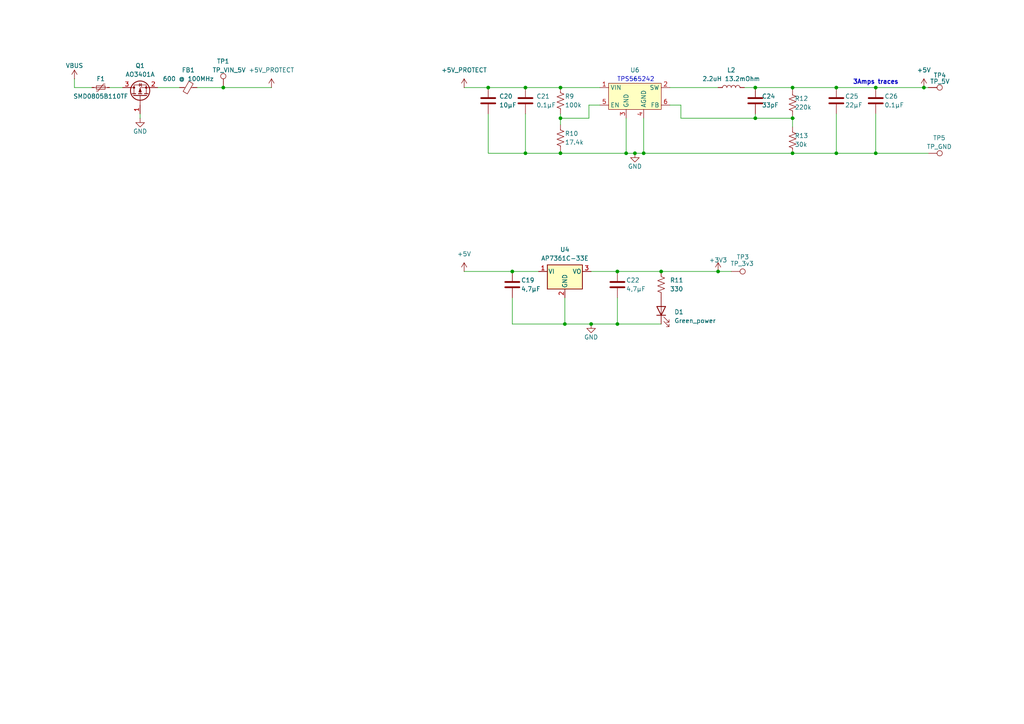
<source format=kicad_sch>
(kicad_sch (version 20250114) (generator "eeschema") (generator_version "9.0")
  (paper "A4")
  (lib_symbols
    (symbol "Connector:TestPoint" (pin_numbers (hide yes)) (pin_names (offset 0.762) (hide yes))
      (property "Reference" "TP" (at 0 6.858 0))
      (property "Value" "TestPoint" (at 0 5.08 0))
      (symbol "TestPoint_0_1"
        (circle (center 0 3.302) (radius 0.762))
      )
      (symbol "TestPoint_1_1"
        (pin passive line (at 0 0 90) (length 2.54) (name "1") (number "1"))
      )
    )
    (symbol "Device:C" (pin_numbers (hide yes)) (pin_names (offset 0.254))
      (property "Reference" "C" (at 0.635 2.54 0))
      (property "Value" "C" (at 0.635 -2.54 0))
      (symbol "C_0_1"
        (polyline (pts (xy -2.032 0.762) (xy 2.032 0.762)) (stroke (width 0.508)))
        (polyline (pts (xy -2.032 -0.762) (xy 2.032 -0.762)) (stroke (width 0.508)))
      )
      (symbol "C_1_1"
        (pin passive line (at 0 3.81 270) (length 2.794) (name "~") (number "1"))
        (pin passive line (at 0 -3.81 90) (length 2.794) (name "~") (number "2"))
      )
    )
    (symbol "Device:FerriteBead_Small" (pin_numbers (hide yes)) (pin_names (offset 0))
      (property "Reference" "FB" (at 1.905 1.27 0))
      (property "Value" "FerriteBead_Small" (at 1.905 -1.27 0))
      (symbol "FerriteBead_Small_0_1"
        (polyline (pts (xy -1.8288 0.2794) (xy -1.1176 1.4986) (xy 1.8288 -0.2032) (xy 1.1176 -1.4224) (xy -1.8288 0.2794)))
        (polyline (pts (xy 0 0.889) (xy 0 1.2954)))
        (polyline (pts (xy 0 -1.27) (xy 0 -0.7874)))
      )
      (symbol "FerriteBead_Small_1_1"
        (pin passive line (at 0 2.54 270) (length 1.27) (name "~") (number "1"))
        (pin passive line (at 0 -2.54 90) (length 1.27) (name "~") (number "2"))
      )
    )
    (symbol "Device:L" (pin_numbers (hide yes)) (pin_names (offset 1.016) (hide yes))
      (property "Reference" "L" (at -1.27 0 90))
      (property "Value" "L" (at 1.905 0 90))
      (symbol "L_0_1"
        (arc (start 0 2.54) (mid 0.6323 1.905) (end 0 1.27))
        (arc (start 0 1.27) (mid 0.6323 0.635) (end 0 0))
        (arc (start 0 0) (mid 0.6323 -0.635) (end 0 -1.27))
        (arc (start 0 -1.27) (mid 0.6323 -1.905) (end 0 -2.54))
      )
      (symbol "L_1_1"
        (pin passive line (at 0 3.81 270) (length 1.27) (name "1") (number "1"))
        (pin passive line (at 0 -3.81 90) (length 1.27) (name "2") (number "2"))
      )
    )
    (symbol "Device:LED" (pin_numbers (hide yes)) (pin_names (offset 1.016) (hide yes))
      (property "Reference" "D" (at 0 2.54 0))
      (property "Value" "LED" (at 0 -2.54 0))
      (symbol "LED_0_1"
        (polyline (pts (xy -3.048 -0.762) (xy -4.572 -2.286) (xy -3.81 -2.286) (xy -4.572 -2.286) (xy -4.572 -1.524)))
        (polyline (pts (xy -1.778 -0.762) (xy -3.302 -2.286) (xy -2.54 -2.286) (xy -3.302 -2.286) (xy -3.302 -1.524)))
        (polyline (pts (xy -1.27 0) (xy 1.27 0)))
        (polyline (pts (xy -1.27 -1.27) (xy -1.27 1.27)) (stroke (width 0.254)))
        (polyline (pts (xy 1.27 -1.27) (xy 1.27 1.27) (xy -1.27 0) (xy 1.27 -1.27)) (stroke (width 0.254)))
      )
      (symbol "LED_1_1"
        (pin passive line (at -3.81 0 0) (length 2.54) (name "K") (number "1"))
        (pin passive line (at 3.81 0 180) (length 2.54) (name "A") (number "2"))
      )
    )
    (symbol "Device:Polyfuse_Small" (pin_numbers (hide yes)) (pin_names (offset 0))
      (property "Reference" "F" (at -1.905 0 90))
      (property "Value" "Polyfuse_Small" (at 1.905 0 90))
      (symbol "Polyfuse_Small_0_1"
        (polyline (pts (xy -1.016 1.27) (xy -1.016 0.762) (xy 1.016 -0.762) (xy 1.016 -1.27)))
        (rectangle (start -0.508 1.27) (end 0.508 -1.27))
        (polyline (pts (xy 0 2.54) (xy 0 -2.54)))
      )
      (symbol "Polyfuse_Small_1_1"
        (pin passive line (at 0 2.54 270) (length 0.635) (name "~") (number "1"))
        (pin passive line (at 0 -2.54 90) (length 0.635) (name "~") (number "2"))
      )
    )
    (symbol "Device:R_US" (pin_numbers (hide yes)) (pin_names (offset 0))
      (property "Reference" "R" (at 2.54 0 90))
      (property "Value" "R_US" (at -2.54 0 90))
      (symbol "R_US_0_1"
        (polyline (pts (xy 0 2.286) (xy 0 2.54)))
        (polyline (pts (xy 0 2.286) (xy 1.016 1.905) (xy 0 1.524) (xy -1.016 1.143) (xy 0 0.762)))
        (polyline (pts (xy 0 0.762) (xy 1.016 0.381) (xy 0 0) (xy -1.016 -0.381) (xy 0 -0.762)))
        (polyline (pts (xy 0 -0.762) (xy 1.016 -1.143) (xy 0 -1.524) (xy -1.016 -1.905) (xy 0 -2.286)))
        (polyline (pts (xy 0 -2.286) (xy 0 -2.54)))
      )
      (symbol "R_US_1_1"
        (pin passive line (at 0 3.81 270) (length 1.27) (name "~") (number "1"))
        (pin passive line (at 0 -3.81 90) (length 1.27) (name "~") (number "2"))
      )
    )
    (symbol "Regulator_Linear:AP7361C-33E" (pin_names (offset 0.254))
      (property "Reference" "U" (at -3.81 3.175 0))
      (property "Value" "AP7361C-33E" (at 0 3.175 0))
      (symbol "AP7361C-33E_0_1"
        (rectangle (start -5.08 -5.08) (end 5.08 1.905) (stroke (width 0.254)) (fill (type background)))
      )
      (symbol "AP7361C-33E_1_1"
        (pin power_in line (at -7.62 0 0) (length 2.54) (name "VI") (number "1"))
        (pin power_in line (at 0 -7.62 90) (length 2.54) (name "GND") (number "2"))
        (pin power_out line (at 7.62 0 180) (length 2.54) (name "VO") (number "3"))
      )
    )
    (symbol "TPS565242:TPS565242"
      (property "Reference" "U" (at 0 3.556 0))
      (symbol "TPS565242_0_1"
        (rectangle (start -7.62 1.27) (end 7.62 -6.35) (fill (type background)))
      )
      (symbol "TPS565242_1_1"
        (pin power_in line (at -10.16 0 0) (length 2.54) (name "VIN") (number "1"))
        (pin input line (at -10.16 -5.08 0) (length 2.54) (name "EN") (number "5"))
        (pin power_in line (at -2.54 -8.89 90) (length 2.54) (name "GND") (number "3"))
        (pin power_in line (at 2.54 -8.89 90) (length 2.54) (name "AGND") (number "4"))
        (pin power_out line (at 10.16 0 180) (length 2.54) (name "SW") (number "2"))
        (pin input line (at 10.16 -5.08 180) (length 2.54) (name "FB") (number "6"))
      )
    )
    (symbol "Transistor_FET:AO3401A" (pin_names (hide yes))
      (property "Reference" "Q" (at 5.08 1.905 0))
      (property "Value" "AO3401A" (at 5.08 0 0))
      (symbol "AO3401A_0_1"
        (polyline (pts (xy 0.254 1.905) (xy 0.254 -1.905)) (stroke (width 0.254)))
        (polyline (pts (xy 0.254 0) (xy -2.54 0)))
        (polyline (pts (xy 0.762 2.286) (xy 0.762 1.27)) (stroke (width 0.254)))
        (polyline (pts (xy 0.762 1.778) (xy 3.302 1.778) (xy 3.302 -1.778) (xy 0.762 -1.778)))
        (polyline (pts (xy 0.762 0.508) (xy 0.762 -0.508)) (stroke (width 0.254)))
        (polyline (pts (xy 0.762 -1.27) (xy 0.762 -2.286)) (stroke (width 0.254)))
        (circle (center 1.651 0) (radius 2.794) (stroke (width 0.254)))
        (polyline (pts (xy 2.286 0) (xy 1.27 0.381) (xy 1.27 -0.381) (xy 2.286 0)) (fill (type outline)))
        (polyline (pts (xy 2.54 2.54) (xy 2.54 1.778)))
        (circle (center 2.54 1.778) (radius 0.254) (fill (type outline)))
        (circle (center 2.54 -1.778) (radius 0.254) (fill (type outline)))
        (polyline (pts (xy 2.54 -2.54) (xy 2.54 0) (xy 0.762 0)))
        (polyline (pts (xy 2.794 -0.508) (xy 2.921 -0.381) (xy 3.683 -0.381) (xy 3.81 -0.254)))
        (polyline (pts (xy 3.302 -0.381) (xy 2.921 0.254) (xy 3.683 0.254) (xy 3.302 -0.381)))
      )
      (symbol "AO3401A_1_1"
        (pin input line (at -5.08 0 0) (length 2.54) (name "G") (number "1"))
        (pin passive line (at 2.54 5.08 270) (length 2.54) (name "D") (number "3"))
        (pin passive line (at 2.54 -5.08 90) (length 2.54) (name "S") (number "2"))
      )
    )
    (symbol "power:+3V3" (power) (pin_numbers (hide yes)) (pin_names (offset 0) (hide yes))
      (property "Value" "+3V3" (at 0 3.556 0))
      (symbol "+3V3_0_1"
        (polyline (pts (xy -0.762 1.27) (xy 0 2.54)))
        (polyline (pts (xy 0 2.54) (xy 0.762 1.27)))
        (polyline (pts (xy 0 0) (xy 0 2.54)))
      )
      (symbol "+3V3_1_1"
        (pin power_in line (at 0 0 90) (length 0) (name "~") (number "1"))
      )
    )
    (symbol "power:+5V" (power) (pin_numbers (hide yes)) (pin_names (offset 0) (hide yes))
      (property "Value" "+5V" (at 0 3.556 0))
      (symbol "+5V_0_1"
        (polyline (pts (xy -0.762 1.27) (xy 0 2.54)))
        (polyline (pts (xy 0 2.54) (xy 0.762 1.27)))
        (polyline (pts (xy 0 0) (xy 0 2.54)))
      )
      (symbol "+5V_1_1"
        (pin power_in line (at 0 0 90) (length 0) (name "~") (number "1"))
      )
    )
    (symbol "power:GND" (power) (pin_numbers (hide yes)) (pin_names (offset 0) (hide yes))
      (property "Value" "GND" (at 0 -3.81 0))
      (symbol "GND_0_1"
        (polyline (pts (xy 0 0) (xy 0 -1.27) (xy 1.27 -1.27) (xy 0 -2.54) (xy -1.27 -1.27) (xy 0 -1.27)))
      )
      (symbol "GND_1_1"
        (pin power_in line (at 0 0 270) (length 0) (name "~") (number "1"))
      )
    )
    (symbol "power:VBUS" (power) (pin_numbers (hide yes)) (pin_names (offset 0) (hide yes))
      (property "Value" "VBUS" (at 0 3.556 0))
      (symbol "VBUS_0_1"
        (polyline (pts (xy -0.762 1.27) (xy 0 2.54)))
        (polyline (pts (xy 0 2.54) (xy 0.762 1.27)))
        (polyline (pts (xy 0 0) (xy 0 2.54)))
      )
      (symbol "VBUS_1_1"
        (pin power_in line (at 0 0 90) (length 0) (name "~") (number "1"))
      )
    )
  )
  (text "TPS565242\n" (at 184.404 23.114 0) (effects (font (size 1.27 1.27))))
  (text "3Amps traces" (at 254 23.876 0) (effects (font (size 1.27 1.27) (thickness 0.254) (bold yes))))
  (junction (at 141.605 25.4))
  (junction (at 162.56 44.45))
  (junction (at 171.45 93.98))
  (junction (at 229.87 34.29))
  (junction (at 148.59 78.74))
  (junction (at 162.56 25.4))
  (junction (at 254 44.45))
  (junction (at 179.07 93.98))
  (junction (at 162.56 34.29))
  (junction (at 229.87 25.4))
  (junction (at 181.61 44.45))
  (junction (at 186.69 44.45))
  (junction (at 152.4 25.4))
  (junction (at 64.77 25.4))
  (junction (at 242.57 44.45))
  (junction (at 219.075 34.29))
  (junction (at 229.87 44.45))
  (junction (at 179.07 78.74))
  (junction (at 219.075 25.4))
  (junction (at 152.4 44.45))
  (junction (at 184.15 44.45))
  (junction (at 163.83 93.98))
  (junction (at 191.77 78.74))
  (junction (at 267.97 25.4))
  (junction (at 208.28 78.74))
  (junction (at 254 25.4))
  (junction (at 242.57 25.4))
  (wire (pts (xy 194.31 30.48) (xy 197.485 30.48)))
  (wire (pts (xy 197.485 34.29) (xy 219.075 34.29)))
  (wire (pts (xy 179.07 93.98) (xy 191.77 93.98)))
  (wire (pts (xy 179.07 78.74) (xy 191.77 78.74)))
  (wire (pts (xy 141.605 44.45) (xy 152.4 44.45)))
  (wire (pts (xy 152.4 25.4) (xy 162.56 25.4)))
  (wire (pts (xy 229.87 44.45) (xy 242.57 44.45)))
  (wire (pts (xy 186.69 44.45) (xy 229.87 44.45)))
  (wire (pts (xy 152.4 44.45) (xy 162.56 44.45)))
  (wire (pts (xy 254 44.45) (xy 269.24 44.45)))
  (wire (pts (xy 31.75 25.4) (xy 35.56 25.4)))
  (wire (pts (xy 229.87 34.29) (xy 230.505 34.29)))
  (wire (pts (xy 21.59 22.86) (xy 21.59 25.4)))
  (wire (pts (xy 254 25.4) (xy 267.97 25.4)))
  (wire (pts (xy 45.72 25.4) (xy 52.07 25.4)))
  (wire (pts (xy 184.15 44.45) (xy 186.69 44.45)))
  (wire (pts (xy 170.815 30.48) (xy 170.815 34.29)))
  (wire (pts (xy 173.99 30.48) (xy 170.815 30.48)))
  (wire (pts (xy 148.59 86.36) (xy 148.59 93.98)))
  (wire (pts (xy 148.59 78.74) (xy 156.21 78.74)))
  (wire (pts (xy 163.83 86.36) (xy 163.83 93.98)))
  (wire (pts (xy 215.9 25.4) (xy 219.075 25.4)))
  (wire (pts (xy 191.77 78.74) (xy 208.28 78.74)))
  (wire (pts (xy 171.45 93.98) (xy 179.07 93.98)))
  (wire (pts (xy 219.075 34.29) (xy 219.075 33.02)))
  (wire (pts (xy 162.56 34.29) (xy 162.56 36.195)))
  (wire (pts (xy 162.56 25.4) (xy 173.99 25.4)))
  (wire (pts (xy 40.64 34.29) (xy 40.64 33.02)))
  (wire (pts (xy 197.485 30.48) (xy 197.485 34.29)))
  (wire (pts (xy 148.59 93.98) (xy 163.83 93.98)))
  (wire (pts (xy 186.69 34.29) (xy 186.69 44.45)))
  (wire (pts (xy 170.815 34.29) (xy 162.56 34.29)))
  (wire (pts (xy 229.87 25.4) (xy 242.57 25.4)))
  (wire (pts (xy 181.61 34.29) (xy 181.61 44.45)))
  (wire (pts (xy 229.87 33.655) (xy 229.87 34.29)))
  (wire (pts (xy 242.57 44.45) (xy 254 44.45)))
  (wire (pts (xy 181.61 44.45) (xy 184.15 44.45)))
  (wire (pts (xy 229.87 34.29) (xy 229.87 36.83)))
  (wire (pts (xy 162.56 44.45) (xy 181.61 44.45)))
  (wire (pts (xy 64.77 25.4) (xy 57.15 25.4)))
  (wire (pts (xy 171.45 78.74) (xy 179.07 78.74)))
  (wire (pts (xy 194.31 25.4) (xy 208.28 25.4)))
  (wire (pts (xy 21.59 25.4) (xy 26.67 25.4)))
  (wire (pts (xy 219.075 34.29) (xy 229.87 34.29)))
  (wire (pts (xy 134.62 78.74) (xy 148.59 78.74)))
  (wire (pts (xy 242.57 25.4) (xy 254 25.4)))
  (wire (pts (xy 163.83 93.98) (xy 171.45 93.98)))
  (wire (pts (xy 179.07 86.36) (xy 179.07 93.98)))
  (wire (pts (xy 254 33.02) (xy 254 44.45)))
  (wire (pts (xy 162.56 44.45) (xy 162.56 43.815)))
  (wire (pts (xy 162.56 33.02) (xy 162.56 34.29)))
  (wire (pts (xy 152.4 33.02) (xy 152.4 44.45)))
  (wire (pts (xy 208.28 78.74) (xy 212.09 78.74)))
  (wire (pts (xy 141.605 33.02) (xy 141.605 44.45)))
  (wire (pts (xy 141.605 25.4) (xy 152.4 25.4)))
  (wire (pts (xy 219.075 25.4) (xy 229.87 25.4)))
  (wire (pts (xy 229.87 26.035) (xy 229.87 25.4)))
  (wire (pts (xy 64.77 25.4) (xy 78.74 25.4)))
  (wire (pts (xy 134.62 25.4) (xy 141.605 25.4)))
  (wire (pts (xy 242.57 33.02) (xy 242.57 44.45)))
  (wire (pts (xy 267.97 25.4) (xy 269.24 25.4)))
  (symbol (lib_id "power:+5V") (at 134.62 78.74 0) (unit 1)
    (property "Reference" "#PWR076" (effects (hide yes)))
    (property "Value" "+5V" (at 134.62 73.66 0))
    (property "Description" "Power symbol creates a global label with name \"+5V\"" (effects (hide yes)))
  )
  (symbol (lib_id "power:GND") (at 171.45 93.98 0) (unit 1)
    (property "Reference" "#PWR031" (effects (hide yes)))
    (property "Value" "GND" (at 171.45 97.79 0))
    (property "Description" "Power symbol creates a global label with name \"GND\" , ground" (effects (hide yes)))
  )
  (symbol (lib_id "Device:R_US") (at 162.56 29.21 0) (unit 1)
    (property "Reference" "R9" (at 163.83 27.94 0) (effects (justify left)))
    (property "Value" "100k" (at 163.83 30.48 0) (effects (justify left)))
    (property "Footprint" "Resistor_SMD:R_0603_1608Metric_Pad0.98x0.95mm_HandSolder" (effects (hide yes)))
    (property "Description" "Resistor, US symbol" (effects (hide yes)))
  )
  (symbol (lib_id "Device:C") (at 254 29.21 0) (unit 1)
    (property "Reference" "C26" (at 256.54 27.94 0) (effects (justify left)))
    (property "Value" "0.1µF" (at 256.54 30.48 0) (effects (justify left)))
    (property "Footprint" "Capacitor_SMD:C_0603_1608Metric_Pad1.08x0.95mm_HandSolder" (effects (hide yes)))
    (property "Description" "Unpolarized capacitor" (effects (hide yes)))
  )
  (symbol (lib_id "Device:C") (at 141.605 29.21 0) (unit 1)
    (property "Reference" "C20" (at 144.78 27.94 0) (effects (justify left)))
    (property "Value" "10µF" (at 144.78 30.48 0) (effects (justify left)))
    (property "Footprint" "Capacitor_SMD:C_0805_2012Metric_Pad1.18x1.45mm_HandSolder" (effects (hide yes)))
    (property "Description" "Unpolarized capacitor" (effects (hide yes)))
  )
  (symbol (lib_id "power:+5V") (at 267.97 25.4 0) (unit 1)
    (property "Reference" "#PWR077" (effects (hide yes)))
    (property "Value" "+5V" (at 267.97 20.32 0))
    (property "Description" "Power symbol creates a global label with name \"+5V\"" (effects (hide yes)))
  )
  (symbol (lib_id "Device:C") (at 152.4 29.21 0) (unit 1)
    (property "Reference" "C21" (at 155.575 27.94 0) (effects (justify left)))
    (property "Value" "0.1µF" (at 155.575 30.48 0) (effects (justify left)))
    (property "Footprint" "Capacitor_SMD:C_0603_1608Metric_Pad1.08x0.95mm_HandSolder" (effects (hide yes)))
    (property "Description" "Unpolarized capacitor" (effects (hide yes)))
  )
  (symbol (lib_id "Regulator_Linear:AP7361C-33E") (at 163.83 78.74 0) (unit 1)
    (property "Reference" "U4" (at 163.83 72.39 0))
    (property "Value" "AP7361C-33E" (at 163.83 74.93 0))
    (property "Footprint" "Package_TO_SOT_SMD:SOT-223-3_TabPin2" (effects (hide yes)))
    (property "Datasheet" "https://www.diodes.com/assets/Datasheets/AP7361C.pdf" (effects (hide yes)))
    (property "Description" "1A Low Dropout regulator, positive, 3.3V fixed output, SOT-223" (effects (hide yes)))
  )
  (symbol (lib_id "Device:C") (at 219.075 29.21 0) (unit 1)
    (property "Reference" "C24" (at 220.98 27.94 0) (effects (justify left)))
    (property "Value" "33pF" (at 220.98 30.48 0) (effects (justify left)))
    (property "Footprint" "Capacitor_SMD:C_0603_1608Metric_Pad1.08x0.95mm_HandSolder" (effects (hide yes)))
    (property "Description" "Unpolarized capacitor" (effects (hide yes)))
  )
  (symbol (lib_id "power:GND") (at 40.64 34.29 0) (unit 1)
    (property "Reference" "#PWR029" (effects (hide yes)))
    (property "Value" "GND" (at 40.64 38.1 0))
    (property "Description" "Power symbol creates a global label with name \"GND\" , ground" (effects (hide yes)))
  )
  (symbol (lib_id "Device:FerriteBead_Small") (at 54.61 25.4 90) (unit 1)
    (property "Reference" "FB1" (at 54.61 20.32 90))
    (property "Value" "600 @ 100MHz" (at 54.61 22.86 90))
    (property "Footprint" "Resistor_SMD:R_0805_2012Metric_Pad1.20x1.40mm_HandSolder" (effects (hide yes)))
    (property "Description" "Ferrite bead, small symbol" (effects (hide yes)))
  )
  (symbol (lib_id "power:+3V3") (at 208.28 78.74 0) (unit 1)
    (property "Reference" "#PWR079" (effects (hide yes)))
    (property "Value" "+3V3" (at 208.28 75.438 0))
    (property "Description" "Power symbol creates a global label with name \"+3V3\"" (effects (hide yes)))
  )
  (symbol (lib_id "Device:C") (at 179.07 82.55 180) (unit 1)
    (property "Reference" "C22" (at 181.61 81.28 0) (effects (justify right)))
    (property "Value" "4,7µF" (at 181.61 83.82 0) (effects (justify right)))
    (property "Footprint" "Capacitor_SMD:C_0805_2012Metric_Pad1.18x1.45mm_HandSolder" (effects (hide yes)))
    (property "Description" "Unpolarized capacitor" (effects (hide yes)))
  )
  (symbol (lib_id "power:VBUS") (at 21.59 22.86 0) (unit 1)
    (property "Reference" "#PWR028" (effects (hide yes)))
    (property "Value" "VBUS" (at 21.59 19.05 0))
    (property "Description" "Power symbol creates a global label with name \"VBUS\"" (effects (hide yes)))
  )
  (symbol (lib_id "Device:R_US") (at 229.87 40.64 0) (unit 1)
    (property "Reference" "R13" (at 230.505 39.37 0) (effects (justify left)))
    (property "Value" "30k" (at 230.505 41.91 0) (effects (justify left)))
    (property "Footprint" "Resistor_SMD:R_0603_1608Metric_Pad0.98x0.95mm_HandSolder" (effects (hide yes)))
    (property "Description" "Resistor, US symbol" (effects (hide yes)))
  )
  (symbol (lib_id "Transistor_FET:AO3401A") (at 40.64 27.94 90) (unit 1)
    (property "Reference" "Q1" (at 40.64 19.05 90))
    (property "Value" "AO3401A" (at 40.64 21.59 90))
    (property "Footprint" "Package_TO_SOT_SMD:SOT-23" (effects (hide yes)))
    (property "Datasheet" "http://www.aosmd.com/pdfs/datasheet/AO3401A.pdf" (effects (hide yes)))
    (property "Description" "-4.0A Id, -30V Vds, P-Channel MOSFET, SOT-23" (effects (hide yes)))
  )
  (symbol (lib_id "Device:L") (at 212.09 25.4 90) (unit 1)
    (property "Reference" "L2" (at 212.09 20.32 90))
    (property "Value" "2.2uH 13.2mOhm" (at 212.09 22.86 90))
    (property "Footprint" "Inductor_SMD:L_TDK_VLP8040" (effects (hide yes)))
    (property "Description" "Inductor" (effects (hide yes)))
  )
  (symbol (lib_id "Connector:TestPoint") (at 64.77 25.4 0) (unit 1)
    (property "Reference" "TP1" (at 62.865 17.78 0) (effects (justify left)))
    (property "Value" "TP_VIN_5V" (at 61.595 20.32 0) (effects (justify left)))
    (property "Footprint" "TestPoint:TestPoint_Pad_D1.0mm" (effects (hide yes)))
    (property "Description" "test point" (effects (hide yes)))
  )
  (symbol (lib_id "Device:R_US") (at 191.77 82.55 0) (unit 1)
    (property "Reference" "R11" (at 194.31 81.2799 0) (effects (justify left)))
    (property "Value" "330" (at 194.31 83.8199 0) (effects (justify left)))
    (property "Footprint" "Resistor_SMD:R_0603_1608Metric_Pad0.98x0.95mm_HandSolder" (effects (hide yes)))
    (property "Description" "Resistor, US symbol" (effects (hide yes)))
  )
  (symbol (lib_id "power:GND") (at 184.15 44.45 0) (unit 1)
    (property "Reference" "#PWR032" (effects (hide yes)))
    (property "Value" "GND" (at 184.15 48.26 0))
    (property "Description" "Power symbol creates a global label with name \"GND\" , ground" (effects (hide yes)))
  )
  (symbol (lib_id "Connector:TestPoint") (at 269.24 44.45 270) (unit 1)
    (property "Reference" "TP5" (at 272.415 40.005 90))
    (property "Value" "TP_GND" (at 272.415 42.545 90))
    (property "Footprint" "TestPoint:TestPoint_Pad_1.0x1.0mm" (effects (hide yes)))
    (property "Description" "test point" (effects (hide yes)))
  )
  (symbol (lib_id "TPS565242:TPS565242") (at 184.15 25.4 0) (unit 1)
    (property "Reference" "U6" (at 184.15 20.32 0))
    (property "Value" "~" (at 184.15 22.86 0))
    (property "Footprint" "Package_TO_SOT_SMD:SOT-563" (effects (hide yes)))
  )
  (symbol (lib_id "Device:Polyfuse_Small") (at 29.21 25.4 90) (unit 1)
    (property "Reference" "F1" (at 29.21 22.86 90))
    (property "Value" "SMD0805B110TF" (at 29.21 27.94 90))
    (property "Footprint" "Fuse:Fuse_0805_2012Metric" (effects (hide yes)))
    (property "Description" "Resettable fuse, polymeric positive temperature coefficient, small symbol" (effects (hide yes)))
  )
  (symbol (lib_id "Connector:TestPoint") (at 212.09 78.74 270) (unit 1)
    (property "Reference" "TP3" (at 213.614 74.549 90) (effects (justify left)))
    (property "Value" "TP_3v3" (at 211.836 76.454 90) (effects (justify left)))
    (property "Footprint" "TestPoint:TestPoint_Pad_D1.0mm" (effects (hide yes)))
    (property "Description" "test point" (effects (hide yes)))
  )
  (symbol (lib_id "power:+3V3") (at 78.74 25.4 0) (unit 1)
    (property "Reference" "#PWR030" (effects (hide yes)))
    (property "Value" "+5V_PROTECT" (at 78.74 20.32 0))
    (property "Description" "Power symbol creates a global label with name \"+3V3\"" (effects (hide yes)))
  )
  (symbol (lib_id "power:+3V3") (at 134.62 25.4 0) (unit 1)
    (property "Reference" "#PWR027" (effects (hide yes)))
    (property "Value" "+5V_PROTECT" (at 134.62 20.32 0))
    (property "Description" "Power symbol creates a global label with name \"+3V3\"" (effects (hide yes)))
  )
  (symbol (lib_id "Device:R_US") (at 229.87 29.845 0) (unit 1)
    (property "Reference" "R12" (at 230.505 28.575 0) (effects (justify left)))
    (property "Value" "220k" (at 230.505 31.115 0) (effects (justify left)))
    (property "Footprint" "Resistor_SMD:R_0603_1608Metric_Pad0.98x0.95mm_HandSolder" (effects (hide yes)))
    (property "Description" "Resistor, US symbol" (effects (hide yes)))
  )
  (symbol (lib_id "Device:R_US") (at 162.56 40.005 0) (unit 1)
    (property "Reference" "R10" (at 163.83 38.735 0) (effects (justify left)))
    (property "Value" "17.4k" (at 163.83 41.275 0) (effects (justify left)))
    (property "Footprint" "Resistor_SMD:R_0603_1608Metric_Pad0.98x0.95mm_HandSolder" (effects (hide yes)))
    (property "Description" "Resistor, US symbol" (effects (hide yes)))
  )
  (symbol (lib_id "Device:LED") (at 191.77 90.17 90) (unit 1)
    (property "Reference" "D1" (at 195.58 90.4874 90) (effects (justify right)))
    (property "Value" "Green_power" (at 195.58 93.0274 90) (effects (justify right)))
    (property "Footprint" "Diode_SMD:D_0805_2012Metric" (effects (hide yes)))
    (property "Description" "Light emitting diode" (effects (hide yes)))
  )
  (symbol (lib_id "Device:C") (at 242.57 29.21 0) (unit 1)
    (property "Reference" "C25" (at 245.11 27.94 0) (effects (justify left)))
    (property "Value" "22µF" (at 245.11 30.48 0) (effects (justify left)))
    (property "Footprint" "Capacitor_SMD:C_0805_2012Metric_Pad1.18x1.45mm_HandSolder" (effects (hide yes)))
    (property "Description" "Unpolarized capacitor" (effects (hide yes)))
  )
  (symbol (lib_id "Connector:TestPoint") (at 269.24 25.4 270) (unit 1)
    (property "Reference" "TP4" (at 270.764 21.844 90) (effects (justify left)))
    (property "Value" "TP_5V" (at 269.748 23.622 90) (effects (justify left)))
    (property "Footprint" "TestPoint:TestPoint_Pad_D1.0mm" (effects (hide yes)))
    (property "Description" "test point" (effects (hide yes)))
  )
  (symbol (lib_id "Device:C") (at 148.59 82.55 180) (unit 1)
    (property "Reference" "C19" (at 151.13 81.28 0) (effects (justify right)))
    (property "Value" "4,7µF" (at 151.13 83.82 0) (effects (justify right)))
    (property "Footprint" "Capacitor_SMD:C_0805_2012Metric_Pad1.18x1.45mm_HandSolder" (effects (hide yes)))
    (property "Description" "Unpolarized capacitor" (effects (hide yes)))
  )
)
</source>
